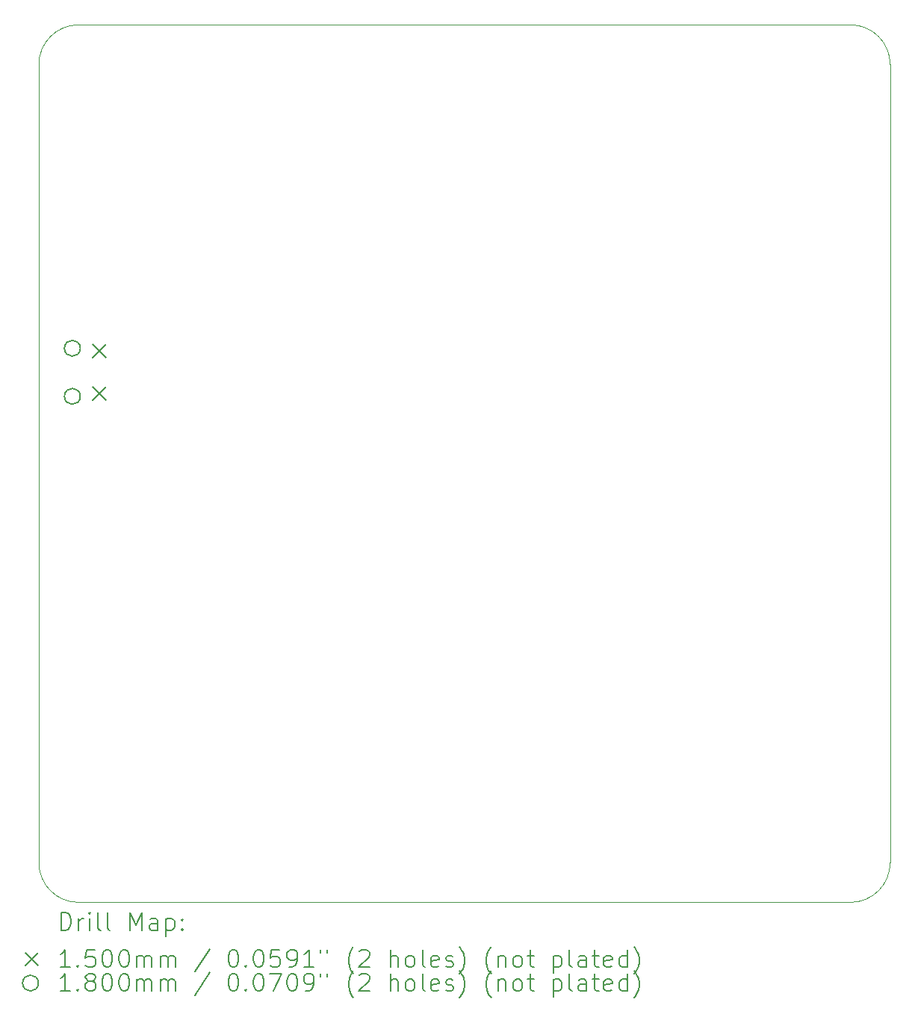
<source format=gbr>
%TF.GenerationSoftware,KiCad,Pcbnew,(6.0.9)*%
%TF.CreationDate,2022-12-24T03:55:55+03:00*%
%TF.ProjectId,new-pcb,6e65772d-7063-4622-9e6b-696361645f70,rev?*%
%TF.SameCoordinates,Original*%
%TF.FileFunction,Drillmap*%
%TF.FilePolarity,Positive*%
%FSLAX45Y45*%
G04 Gerber Fmt 4.5, Leading zero omitted, Abs format (unit mm)*
G04 Created by KiCad (PCBNEW (6.0.9)) date 2022-12-24 03:55:55*
%MOMM*%
%LPD*%
G01*
G04 APERTURE LIST*
%ADD10C,0.100000*%
%ADD11C,0.200000*%
%ADD12C,0.150000*%
%ADD13C,0.180000*%
G04 APERTURE END LIST*
D10*
X20150000Y-4350000D02*
G75*
G03*
X19700000Y-3900000I-450000J0D01*
G01*
X10950000Y-3900000D02*
G75*
G03*
X10500000Y-4350000I0J-450000D01*
G01*
X10500000Y-13400000D02*
G75*
G03*
X10950000Y-13850000I450000J0D01*
G01*
X19700000Y-13850000D02*
G75*
G03*
X20150000Y-13400000I0J450000D01*
G01*
X10950000Y-13850000D02*
X19700000Y-13850000D01*
X10500000Y-4350000D02*
X10500000Y-13400000D01*
X19700000Y-3900000D02*
X10950000Y-3900000D01*
X20150000Y-13400000D02*
X20150000Y-4350000D01*
D11*
D12*
X11108000Y-7522500D02*
X11258000Y-7672500D01*
X11258000Y-7522500D02*
X11108000Y-7672500D01*
X11108000Y-8007500D02*
X11258000Y-8157500D01*
X11258000Y-8007500D02*
X11108000Y-8157500D01*
D13*
X10970000Y-7567500D02*
G75*
G03*
X10970000Y-7567500I-90000J0D01*
G01*
X10970000Y-8112500D02*
G75*
G03*
X10970000Y-8112500I-90000J0D01*
G01*
D11*
X10752619Y-14165476D02*
X10752619Y-13965476D01*
X10800238Y-13965476D01*
X10828810Y-13975000D01*
X10847857Y-13994048D01*
X10857381Y-14013095D01*
X10866905Y-14051190D01*
X10866905Y-14079762D01*
X10857381Y-14117857D01*
X10847857Y-14136905D01*
X10828810Y-14155952D01*
X10800238Y-14165476D01*
X10752619Y-14165476D01*
X10952619Y-14165476D02*
X10952619Y-14032143D01*
X10952619Y-14070238D02*
X10962143Y-14051190D01*
X10971667Y-14041667D01*
X10990714Y-14032143D01*
X11009762Y-14032143D01*
X11076429Y-14165476D02*
X11076429Y-14032143D01*
X11076429Y-13965476D02*
X11066905Y-13975000D01*
X11076429Y-13984524D01*
X11085952Y-13975000D01*
X11076429Y-13965476D01*
X11076429Y-13984524D01*
X11200238Y-14165476D02*
X11181190Y-14155952D01*
X11171667Y-14136905D01*
X11171667Y-13965476D01*
X11305000Y-14165476D02*
X11285952Y-14155952D01*
X11276428Y-14136905D01*
X11276428Y-13965476D01*
X11533571Y-14165476D02*
X11533571Y-13965476D01*
X11600238Y-14108333D01*
X11666905Y-13965476D01*
X11666905Y-14165476D01*
X11847857Y-14165476D02*
X11847857Y-14060714D01*
X11838333Y-14041667D01*
X11819286Y-14032143D01*
X11781190Y-14032143D01*
X11762143Y-14041667D01*
X11847857Y-14155952D02*
X11828809Y-14165476D01*
X11781190Y-14165476D01*
X11762143Y-14155952D01*
X11752619Y-14136905D01*
X11752619Y-14117857D01*
X11762143Y-14098809D01*
X11781190Y-14089286D01*
X11828809Y-14089286D01*
X11847857Y-14079762D01*
X11943095Y-14032143D02*
X11943095Y-14232143D01*
X11943095Y-14041667D02*
X11962143Y-14032143D01*
X12000238Y-14032143D01*
X12019286Y-14041667D01*
X12028809Y-14051190D01*
X12038333Y-14070238D01*
X12038333Y-14127381D01*
X12028809Y-14146428D01*
X12019286Y-14155952D01*
X12000238Y-14165476D01*
X11962143Y-14165476D01*
X11943095Y-14155952D01*
X12124048Y-14146428D02*
X12133571Y-14155952D01*
X12124048Y-14165476D01*
X12114524Y-14155952D01*
X12124048Y-14146428D01*
X12124048Y-14165476D01*
X12124048Y-14041667D02*
X12133571Y-14051190D01*
X12124048Y-14060714D01*
X12114524Y-14051190D01*
X12124048Y-14041667D01*
X12124048Y-14060714D01*
D12*
X10345000Y-14420000D02*
X10495000Y-14570000D01*
X10495000Y-14420000D02*
X10345000Y-14570000D01*
D11*
X10857381Y-14585476D02*
X10743095Y-14585476D01*
X10800238Y-14585476D02*
X10800238Y-14385476D01*
X10781190Y-14414048D01*
X10762143Y-14433095D01*
X10743095Y-14442619D01*
X10943095Y-14566428D02*
X10952619Y-14575952D01*
X10943095Y-14585476D01*
X10933571Y-14575952D01*
X10943095Y-14566428D01*
X10943095Y-14585476D01*
X11133571Y-14385476D02*
X11038333Y-14385476D01*
X11028810Y-14480714D01*
X11038333Y-14471190D01*
X11057381Y-14461667D01*
X11105000Y-14461667D01*
X11124048Y-14471190D01*
X11133571Y-14480714D01*
X11143095Y-14499762D01*
X11143095Y-14547381D01*
X11133571Y-14566428D01*
X11124048Y-14575952D01*
X11105000Y-14585476D01*
X11057381Y-14585476D01*
X11038333Y-14575952D01*
X11028810Y-14566428D01*
X11266905Y-14385476D02*
X11285952Y-14385476D01*
X11305000Y-14395000D01*
X11314524Y-14404524D01*
X11324048Y-14423571D01*
X11333571Y-14461667D01*
X11333571Y-14509286D01*
X11324048Y-14547381D01*
X11314524Y-14566428D01*
X11305000Y-14575952D01*
X11285952Y-14585476D01*
X11266905Y-14585476D01*
X11247857Y-14575952D01*
X11238333Y-14566428D01*
X11228809Y-14547381D01*
X11219286Y-14509286D01*
X11219286Y-14461667D01*
X11228809Y-14423571D01*
X11238333Y-14404524D01*
X11247857Y-14395000D01*
X11266905Y-14385476D01*
X11457381Y-14385476D02*
X11476428Y-14385476D01*
X11495476Y-14395000D01*
X11505000Y-14404524D01*
X11514524Y-14423571D01*
X11524048Y-14461667D01*
X11524048Y-14509286D01*
X11514524Y-14547381D01*
X11505000Y-14566428D01*
X11495476Y-14575952D01*
X11476428Y-14585476D01*
X11457381Y-14585476D01*
X11438333Y-14575952D01*
X11428809Y-14566428D01*
X11419286Y-14547381D01*
X11409762Y-14509286D01*
X11409762Y-14461667D01*
X11419286Y-14423571D01*
X11428809Y-14404524D01*
X11438333Y-14395000D01*
X11457381Y-14385476D01*
X11609762Y-14585476D02*
X11609762Y-14452143D01*
X11609762Y-14471190D02*
X11619286Y-14461667D01*
X11638333Y-14452143D01*
X11666905Y-14452143D01*
X11685952Y-14461667D01*
X11695476Y-14480714D01*
X11695476Y-14585476D01*
X11695476Y-14480714D02*
X11705000Y-14461667D01*
X11724048Y-14452143D01*
X11752619Y-14452143D01*
X11771667Y-14461667D01*
X11781190Y-14480714D01*
X11781190Y-14585476D01*
X11876428Y-14585476D02*
X11876428Y-14452143D01*
X11876428Y-14471190D02*
X11885952Y-14461667D01*
X11905000Y-14452143D01*
X11933571Y-14452143D01*
X11952619Y-14461667D01*
X11962143Y-14480714D01*
X11962143Y-14585476D01*
X11962143Y-14480714D02*
X11971667Y-14461667D01*
X11990714Y-14452143D01*
X12019286Y-14452143D01*
X12038333Y-14461667D01*
X12047857Y-14480714D01*
X12047857Y-14585476D01*
X12438333Y-14375952D02*
X12266905Y-14633095D01*
X12695476Y-14385476D02*
X12714524Y-14385476D01*
X12733571Y-14395000D01*
X12743095Y-14404524D01*
X12752619Y-14423571D01*
X12762143Y-14461667D01*
X12762143Y-14509286D01*
X12752619Y-14547381D01*
X12743095Y-14566428D01*
X12733571Y-14575952D01*
X12714524Y-14585476D01*
X12695476Y-14585476D01*
X12676428Y-14575952D01*
X12666905Y-14566428D01*
X12657381Y-14547381D01*
X12647857Y-14509286D01*
X12647857Y-14461667D01*
X12657381Y-14423571D01*
X12666905Y-14404524D01*
X12676428Y-14395000D01*
X12695476Y-14385476D01*
X12847857Y-14566428D02*
X12857381Y-14575952D01*
X12847857Y-14585476D01*
X12838333Y-14575952D01*
X12847857Y-14566428D01*
X12847857Y-14585476D01*
X12981190Y-14385476D02*
X13000238Y-14385476D01*
X13019286Y-14395000D01*
X13028809Y-14404524D01*
X13038333Y-14423571D01*
X13047857Y-14461667D01*
X13047857Y-14509286D01*
X13038333Y-14547381D01*
X13028809Y-14566428D01*
X13019286Y-14575952D01*
X13000238Y-14585476D01*
X12981190Y-14585476D01*
X12962143Y-14575952D01*
X12952619Y-14566428D01*
X12943095Y-14547381D01*
X12933571Y-14509286D01*
X12933571Y-14461667D01*
X12943095Y-14423571D01*
X12952619Y-14404524D01*
X12962143Y-14395000D01*
X12981190Y-14385476D01*
X13228809Y-14385476D02*
X13133571Y-14385476D01*
X13124048Y-14480714D01*
X13133571Y-14471190D01*
X13152619Y-14461667D01*
X13200238Y-14461667D01*
X13219286Y-14471190D01*
X13228809Y-14480714D01*
X13238333Y-14499762D01*
X13238333Y-14547381D01*
X13228809Y-14566428D01*
X13219286Y-14575952D01*
X13200238Y-14585476D01*
X13152619Y-14585476D01*
X13133571Y-14575952D01*
X13124048Y-14566428D01*
X13333571Y-14585476D02*
X13371667Y-14585476D01*
X13390714Y-14575952D01*
X13400238Y-14566428D01*
X13419286Y-14537857D01*
X13428809Y-14499762D01*
X13428809Y-14423571D01*
X13419286Y-14404524D01*
X13409762Y-14395000D01*
X13390714Y-14385476D01*
X13352619Y-14385476D01*
X13333571Y-14395000D01*
X13324048Y-14404524D01*
X13314524Y-14423571D01*
X13314524Y-14471190D01*
X13324048Y-14490238D01*
X13333571Y-14499762D01*
X13352619Y-14509286D01*
X13390714Y-14509286D01*
X13409762Y-14499762D01*
X13419286Y-14490238D01*
X13428809Y-14471190D01*
X13619286Y-14585476D02*
X13505000Y-14585476D01*
X13562143Y-14585476D02*
X13562143Y-14385476D01*
X13543095Y-14414048D01*
X13524048Y-14433095D01*
X13505000Y-14442619D01*
X13695476Y-14385476D02*
X13695476Y-14423571D01*
X13771667Y-14385476D02*
X13771667Y-14423571D01*
X14066905Y-14661667D02*
X14057381Y-14652143D01*
X14038333Y-14623571D01*
X14028809Y-14604524D01*
X14019286Y-14575952D01*
X14009762Y-14528333D01*
X14009762Y-14490238D01*
X14019286Y-14442619D01*
X14028809Y-14414048D01*
X14038333Y-14395000D01*
X14057381Y-14366428D01*
X14066905Y-14356905D01*
X14133571Y-14404524D02*
X14143095Y-14395000D01*
X14162143Y-14385476D01*
X14209762Y-14385476D01*
X14228809Y-14395000D01*
X14238333Y-14404524D01*
X14247857Y-14423571D01*
X14247857Y-14442619D01*
X14238333Y-14471190D01*
X14124048Y-14585476D01*
X14247857Y-14585476D01*
X14485952Y-14585476D02*
X14485952Y-14385476D01*
X14571667Y-14585476D02*
X14571667Y-14480714D01*
X14562143Y-14461667D01*
X14543095Y-14452143D01*
X14514524Y-14452143D01*
X14495476Y-14461667D01*
X14485952Y-14471190D01*
X14695476Y-14585476D02*
X14676428Y-14575952D01*
X14666905Y-14566428D01*
X14657381Y-14547381D01*
X14657381Y-14490238D01*
X14666905Y-14471190D01*
X14676428Y-14461667D01*
X14695476Y-14452143D01*
X14724048Y-14452143D01*
X14743095Y-14461667D01*
X14752619Y-14471190D01*
X14762143Y-14490238D01*
X14762143Y-14547381D01*
X14752619Y-14566428D01*
X14743095Y-14575952D01*
X14724048Y-14585476D01*
X14695476Y-14585476D01*
X14876428Y-14585476D02*
X14857381Y-14575952D01*
X14847857Y-14556905D01*
X14847857Y-14385476D01*
X15028809Y-14575952D02*
X15009762Y-14585476D01*
X14971667Y-14585476D01*
X14952619Y-14575952D01*
X14943095Y-14556905D01*
X14943095Y-14480714D01*
X14952619Y-14461667D01*
X14971667Y-14452143D01*
X15009762Y-14452143D01*
X15028809Y-14461667D01*
X15038333Y-14480714D01*
X15038333Y-14499762D01*
X14943095Y-14518809D01*
X15114524Y-14575952D02*
X15133571Y-14585476D01*
X15171667Y-14585476D01*
X15190714Y-14575952D01*
X15200238Y-14556905D01*
X15200238Y-14547381D01*
X15190714Y-14528333D01*
X15171667Y-14518809D01*
X15143095Y-14518809D01*
X15124048Y-14509286D01*
X15114524Y-14490238D01*
X15114524Y-14480714D01*
X15124048Y-14461667D01*
X15143095Y-14452143D01*
X15171667Y-14452143D01*
X15190714Y-14461667D01*
X15266905Y-14661667D02*
X15276428Y-14652143D01*
X15295476Y-14623571D01*
X15305000Y-14604524D01*
X15314524Y-14575952D01*
X15324048Y-14528333D01*
X15324048Y-14490238D01*
X15314524Y-14442619D01*
X15305000Y-14414048D01*
X15295476Y-14395000D01*
X15276428Y-14366428D01*
X15266905Y-14356905D01*
X15628809Y-14661667D02*
X15619286Y-14652143D01*
X15600238Y-14623571D01*
X15590714Y-14604524D01*
X15581190Y-14575952D01*
X15571667Y-14528333D01*
X15571667Y-14490238D01*
X15581190Y-14442619D01*
X15590714Y-14414048D01*
X15600238Y-14395000D01*
X15619286Y-14366428D01*
X15628809Y-14356905D01*
X15705000Y-14452143D02*
X15705000Y-14585476D01*
X15705000Y-14471190D02*
X15714524Y-14461667D01*
X15733571Y-14452143D01*
X15762143Y-14452143D01*
X15781190Y-14461667D01*
X15790714Y-14480714D01*
X15790714Y-14585476D01*
X15914524Y-14585476D02*
X15895476Y-14575952D01*
X15885952Y-14566428D01*
X15876428Y-14547381D01*
X15876428Y-14490238D01*
X15885952Y-14471190D01*
X15895476Y-14461667D01*
X15914524Y-14452143D01*
X15943095Y-14452143D01*
X15962143Y-14461667D01*
X15971667Y-14471190D01*
X15981190Y-14490238D01*
X15981190Y-14547381D01*
X15971667Y-14566428D01*
X15962143Y-14575952D01*
X15943095Y-14585476D01*
X15914524Y-14585476D01*
X16038333Y-14452143D02*
X16114524Y-14452143D01*
X16066905Y-14385476D02*
X16066905Y-14556905D01*
X16076428Y-14575952D01*
X16095476Y-14585476D01*
X16114524Y-14585476D01*
X16333571Y-14452143D02*
X16333571Y-14652143D01*
X16333571Y-14461667D02*
X16352619Y-14452143D01*
X16390714Y-14452143D01*
X16409762Y-14461667D01*
X16419286Y-14471190D01*
X16428809Y-14490238D01*
X16428809Y-14547381D01*
X16419286Y-14566428D01*
X16409762Y-14575952D01*
X16390714Y-14585476D01*
X16352619Y-14585476D01*
X16333571Y-14575952D01*
X16543095Y-14585476D02*
X16524048Y-14575952D01*
X16514524Y-14556905D01*
X16514524Y-14385476D01*
X16705000Y-14585476D02*
X16705000Y-14480714D01*
X16695476Y-14461667D01*
X16676428Y-14452143D01*
X16638333Y-14452143D01*
X16619286Y-14461667D01*
X16705000Y-14575952D02*
X16685952Y-14585476D01*
X16638333Y-14585476D01*
X16619286Y-14575952D01*
X16609762Y-14556905D01*
X16609762Y-14537857D01*
X16619286Y-14518809D01*
X16638333Y-14509286D01*
X16685952Y-14509286D01*
X16705000Y-14499762D01*
X16771667Y-14452143D02*
X16847857Y-14452143D01*
X16800238Y-14385476D02*
X16800238Y-14556905D01*
X16809762Y-14575952D01*
X16828810Y-14585476D01*
X16847857Y-14585476D01*
X16990714Y-14575952D02*
X16971667Y-14585476D01*
X16933571Y-14585476D01*
X16914524Y-14575952D01*
X16905000Y-14556905D01*
X16905000Y-14480714D01*
X16914524Y-14461667D01*
X16933571Y-14452143D01*
X16971667Y-14452143D01*
X16990714Y-14461667D01*
X17000238Y-14480714D01*
X17000238Y-14499762D01*
X16905000Y-14518809D01*
X17171667Y-14585476D02*
X17171667Y-14385476D01*
X17171667Y-14575952D02*
X17152619Y-14585476D01*
X17114524Y-14585476D01*
X17095476Y-14575952D01*
X17085952Y-14566428D01*
X17076429Y-14547381D01*
X17076429Y-14490238D01*
X17085952Y-14471190D01*
X17095476Y-14461667D01*
X17114524Y-14452143D01*
X17152619Y-14452143D01*
X17171667Y-14461667D01*
X17247857Y-14661667D02*
X17257381Y-14652143D01*
X17276429Y-14623571D01*
X17285952Y-14604524D01*
X17295476Y-14575952D01*
X17305000Y-14528333D01*
X17305000Y-14490238D01*
X17295476Y-14442619D01*
X17285952Y-14414048D01*
X17276429Y-14395000D01*
X17257381Y-14366428D01*
X17247857Y-14356905D01*
D13*
X10495000Y-14765000D02*
G75*
G03*
X10495000Y-14765000I-90000J0D01*
G01*
D11*
X10857381Y-14855476D02*
X10743095Y-14855476D01*
X10800238Y-14855476D02*
X10800238Y-14655476D01*
X10781190Y-14684048D01*
X10762143Y-14703095D01*
X10743095Y-14712619D01*
X10943095Y-14836428D02*
X10952619Y-14845952D01*
X10943095Y-14855476D01*
X10933571Y-14845952D01*
X10943095Y-14836428D01*
X10943095Y-14855476D01*
X11066905Y-14741190D02*
X11047857Y-14731667D01*
X11038333Y-14722143D01*
X11028810Y-14703095D01*
X11028810Y-14693571D01*
X11038333Y-14674524D01*
X11047857Y-14665000D01*
X11066905Y-14655476D01*
X11105000Y-14655476D01*
X11124048Y-14665000D01*
X11133571Y-14674524D01*
X11143095Y-14693571D01*
X11143095Y-14703095D01*
X11133571Y-14722143D01*
X11124048Y-14731667D01*
X11105000Y-14741190D01*
X11066905Y-14741190D01*
X11047857Y-14750714D01*
X11038333Y-14760238D01*
X11028810Y-14779286D01*
X11028810Y-14817381D01*
X11038333Y-14836428D01*
X11047857Y-14845952D01*
X11066905Y-14855476D01*
X11105000Y-14855476D01*
X11124048Y-14845952D01*
X11133571Y-14836428D01*
X11143095Y-14817381D01*
X11143095Y-14779286D01*
X11133571Y-14760238D01*
X11124048Y-14750714D01*
X11105000Y-14741190D01*
X11266905Y-14655476D02*
X11285952Y-14655476D01*
X11305000Y-14665000D01*
X11314524Y-14674524D01*
X11324048Y-14693571D01*
X11333571Y-14731667D01*
X11333571Y-14779286D01*
X11324048Y-14817381D01*
X11314524Y-14836428D01*
X11305000Y-14845952D01*
X11285952Y-14855476D01*
X11266905Y-14855476D01*
X11247857Y-14845952D01*
X11238333Y-14836428D01*
X11228809Y-14817381D01*
X11219286Y-14779286D01*
X11219286Y-14731667D01*
X11228809Y-14693571D01*
X11238333Y-14674524D01*
X11247857Y-14665000D01*
X11266905Y-14655476D01*
X11457381Y-14655476D02*
X11476428Y-14655476D01*
X11495476Y-14665000D01*
X11505000Y-14674524D01*
X11514524Y-14693571D01*
X11524048Y-14731667D01*
X11524048Y-14779286D01*
X11514524Y-14817381D01*
X11505000Y-14836428D01*
X11495476Y-14845952D01*
X11476428Y-14855476D01*
X11457381Y-14855476D01*
X11438333Y-14845952D01*
X11428809Y-14836428D01*
X11419286Y-14817381D01*
X11409762Y-14779286D01*
X11409762Y-14731667D01*
X11419286Y-14693571D01*
X11428809Y-14674524D01*
X11438333Y-14665000D01*
X11457381Y-14655476D01*
X11609762Y-14855476D02*
X11609762Y-14722143D01*
X11609762Y-14741190D02*
X11619286Y-14731667D01*
X11638333Y-14722143D01*
X11666905Y-14722143D01*
X11685952Y-14731667D01*
X11695476Y-14750714D01*
X11695476Y-14855476D01*
X11695476Y-14750714D02*
X11705000Y-14731667D01*
X11724048Y-14722143D01*
X11752619Y-14722143D01*
X11771667Y-14731667D01*
X11781190Y-14750714D01*
X11781190Y-14855476D01*
X11876428Y-14855476D02*
X11876428Y-14722143D01*
X11876428Y-14741190D02*
X11885952Y-14731667D01*
X11905000Y-14722143D01*
X11933571Y-14722143D01*
X11952619Y-14731667D01*
X11962143Y-14750714D01*
X11962143Y-14855476D01*
X11962143Y-14750714D02*
X11971667Y-14731667D01*
X11990714Y-14722143D01*
X12019286Y-14722143D01*
X12038333Y-14731667D01*
X12047857Y-14750714D01*
X12047857Y-14855476D01*
X12438333Y-14645952D02*
X12266905Y-14903095D01*
X12695476Y-14655476D02*
X12714524Y-14655476D01*
X12733571Y-14665000D01*
X12743095Y-14674524D01*
X12752619Y-14693571D01*
X12762143Y-14731667D01*
X12762143Y-14779286D01*
X12752619Y-14817381D01*
X12743095Y-14836428D01*
X12733571Y-14845952D01*
X12714524Y-14855476D01*
X12695476Y-14855476D01*
X12676428Y-14845952D01*
X12666905Y-14836428D01*
X12657381Y-14817381D01*
X12647857Y-14779286D01*
X12647857Y-14731667D01*
X12657381Y-14693571D01*
X12666905Y-14674524D01*
X12676428Y-14665000D01*
X12695476Y-14655476D01*
X12847857Y-14836428D02*
X12857381Y-14845952D01*
X12847857Y-14855476D01*
X12838333Y-14845952D01*
X12847857Y-14836428D01*
X12847857Y-14855476D01*
X12981190Y-14655476D02*
X13000238Y-14655476D01*
X13019286Y-14665000D01*
X13028809Y-14674524D01*
X13038333Y-14693571D01*
X13047857Y-14731667D01*
X13047857Y-14779286D01*
X13038333Y-14817381D01*
X13028809Y-14836428D01*
X13019286Y-14845952D01*
X13000238Y-14855476D01*
X12981190Y-14855476D01*
X12962143Y-14845952D01*
X12952619Y-14836428D01*
X12943095Y-14817381D01*
X12933571Y-14779286D01*
X12933571Y-14731667D01*
X12943095Y-14693571D01*
X12952619Y-14674524D01*
X12962143Y-14665000D01*
X12981190Y-14655476D01*
X13114524Y-14655476D02*
X13247857Y-14655476D01*
X13162143Y-14855476D01*
X13362143Y-14655476D02*
X13381190Y-14655476D01*
X13400238Y-14665000D01*
X13409762Y-14674524D01*
X13419286Y-14693571D01*
X13428809Y-14731667D01*
X13428809Y-14779286D01*
X13419286Y-14817381D01*
X13409762Y-14836428D01*
X13400238Y-14845952D01*
X13381190Y-14855476D01*
X13362143Y-14855476D01*
X13343095Y-14845952D01*
X13333571Y-14836428D01*
X13324048Y-14817381D01*
X13314524Y-14779286D01*
X13314524Y-14731667D01*
X13324048Y-14693571D01*
X13333571Y-14674524D01*
X13343095Y-14665000D01*
X13362143Y-14655476D01*
X13524048Y-14855476D02*
X13562143Y-14855476D01*
X13581190Y-14845952D01*
X13590714Y-14836428D01*
X13609762Y-14807857D01*
X13619286Y-14769762D01*
X13619286Y-14693571D01*
X13609762Y-14674524D01*
X13600238Y-14665000D01*
X13581190Y-14655476D01*
X13543095Y-14655476D01*
X13524048Y-14665000D01*
X13514524Y-14674524D01*
X13505000Y-14693571D01*
X13505000Y-14741190D01*
X13514524Y-14760238D01*
X13524048Y-14769762D01*
X13543095Y-14779286D01*
X13581190Y-14779286D01*
X13600238Y-14769762D01*
X13609762Y-14760238D01*
X13619286Y-14741190D01*
X13695476Y-14655476D02*
X13695476Y-14693571D01*
X13771667Y-14655476D02*
X13771667Y-14693571D01*
X14066905Y-14931667D02*
X14057381Y-14922143D01*
X14038333Y-14893571D01*
X14028809Y-14874524D01*
X14019286Y-14845952D01*
X14009762Y-14798333D01*
X14009762Y-14760238D01*
X14019286Y-14712619D01*
X14028809Y-14684048D01*
X14038333Y-14665000D01*
X14057381Y-14636428D01*
X14066905Y-14626905D01*
X14133571Y-14674524D02*
X14143095Y-14665000D01*
X14162143Y-14655476D01*
X14209762Y-14655476D01*
X14228809Y-14665000D01*
X14238333Y-14674524D01*
X14247857Y-14693571D01*
X14247857Y-14712619D01*
X14238333Y-14741190D01*
X14124048Y-14855476D01*
X14247857Y-14855476D01*
X14485952Y-14855476D02*
X14485952Y-14655476D01*
X14571667Y-14855476D02*
X14571667Y-14750714D01*
X14562143Y-14731667D01*
X14543095Y-14722143D01*
X14514524Y-14722143D01*
X14495476Y-14731667D01*
X14485952Y-14741190D01*
X14695476Y-14855476D02*
X14676428Y-14845952D01*
X14666905Y-14836428D01*
X14657381Y-14817381D01*
X14657381Y-14760238D01*
X14666905Y-14741190D01*
X14676428Y-14731667D01*
X14695476Y-14722143D01*
X14724048Y-14722143D01*
X14743095Y-14731667D01*
X14752619Y-14741190D01*
X14762143Y-14760238D01*
X14762143Y-14817381D01*
X14752619Y-14836428D01*
X14743095Y-14845952D01*
X14724048Y-14855476D01*
X14695476Y-14855476D01*
X14876428Y-14855476D02*
X14857381Y-14845952D01*
X14847857Y-14826905D01*
X14847857Y-14655476D01*
X15028809Y-14845952D02*
X15009762Y-14855476D01*
X14971667Y-14855476D01*
X14952619Y-14845952D01*
X14943095Y-14826905D01*
X14943095Y-14750714D01*
X14952619Y-14731667D01*
X14971667Y-14722143D01*
X15009762Y-14722143D01*
X15028809Y-14731667D01*
X15038333Y-14750714D01*
X15038333Y-14769762D01*
X14943095Y-14788809D01*
X15114524Y-14845952D02*
X15133571Y-14855476D01*
X15171667Y-14855476D01*
X15190714Y-14845952D01*
X15200238Y-14826905D01*
X15200238Y-14817381D01*
X15190714Y-14798333D01*
X15171667Y-14788809D01*
X15143095Y-14788809D01*
X15124048Y-14779286D01*
X15114524Y-14760238D01*
X15114524Y-14750714D01*
X15124048Y-14731667D01*
X15143095Y-14722143D01*
X15171667Y-14722143D01*
X15190714Y-14731667D01*
X15266905Y-14931667D02*
X15276428Y-14922143D01*
X15295476Y-14893571D01*
X15305000Y-14874524D01*
X15314524Y-14845952D01*
X15324048Y-14798333D01*
X15324048Y-14760238D01*
X15314524Y-14712619D01*
X15305000Y-14684048D01*
X15295476Y-14665000D01*
X15276428Y-14636428D01*
X15266905Y-14626905D01*
X15628809Y-14931667D02*
X15619286Y-14922143D01*
X15600238Y-14893571D01*
X15590714Y-14874524D01*
X15581190Y-14845952D01*
X15571667Y-14798333D01*
X15571667Y-14760238D01*
X15581190Y-14712619D01*
X15590714Y-14684048D01*
X15600238Y-14665000D01*
X15619286Y-14636428D01*
X15628809Y-14626905D01*
X15705000Y-14722143D02*
X15705000Y-14855476D01*
X15705000Y-14741190D02*
X15714524Y-14731667D01*
X15733571Y-14722143D01*
X15762143Y-14722143D01*
X15781190Y-14731667D01*
X15790714Y-14750714D01*
X15790714Y-14855476D01*
X15914524Y-14855476D02*
X15895476Y-14845952D01*
X15885952Y-14836428D01*
X15876428Y-14817381D01*
X15876428Y-14760238D01*
X15885952Y-14741190D01*
X15895476Y-14731667D01*
X15914524Y-14722143D01*
X15943095Y-14722143D01*
X15962143Y-14731667D01*
X15971667Y-14741190D01*
X15981190Y-14760238D01*
X15981190Y-14817381D01*
X15971667Y-14836428D01*
X15962143Y-14845952D01*
X15943095Y-14855476D01*
X15914524Y-14855476D01*
X16038333Y-14722143D02*
X16114524Y-14722143D01*
X16066905Y-14655476D02*
X16066905Y-14826905D01*
X16076428Y-14845952D01*
X16095476Y-14855476D01*
X16114524Y-14855476D01*
X16333571Y-14722143D02*
X16333571Y-14922143D01*
X16333571Y-14731667D02*
X16352619Y-14722143D01*
X16390714Y-14722143D01*
X16409762Y-14731667D01*
X16419286Y-14741190D01*
X16428809Y-14760238D01*
X16428809Y-14817381D01*
X16419286Y-14836428D01*
X16409762Y-14845952D01*
X16390714Y-14855476D01*
X16352619Y-14855476D01*
X16333571Y-14845952D01*
X16543095Y-14855476D02*
X16524048Y-14845952D01*
X16514524Y-14826905D01*
X16514524Y-14655476D01*
X16705000Y-14855476D02*
X16705000Y-14750714D01*
X16695476Y-14731667D01*
X16676428Y-14722143D01*
X16638333Y-14722143D01*
X16619286Y-14731667D01*
X16705000Y-14845952D02*
X16685952Y-14855476D01*
X16638333Y-14855476D01*
X16619286Y-14845952D01*
X16609762Y-14826905D01*
X16609762Y-14807857D01*
X16619286Y-14788809D01*
X16638333Y-14779286D01*
X16685952Y-14779286D01*
X16705000Y-14769762D01*
X16771667Y-14722143D02*
X16847857Y-14722143D01*
X16800238Y-14655476D02*
X16800238Y-14826905D01*
X16809762Y-14845952D01*
X16828810Y-14855476D01*
X16847857Y-14855476D01*
X16990714Y-14845952D02*
X16971667Y-14855476D01*
X16933571Y-14855476D01*
X16914524Y-14845952D01*
X16905000Y-14826905D01*
X16905000Y-14750714D01*
X16914524Y-14731667D01*
X16933571Y-14722143D01*
X16971667Y-14722143D01*
X16990714Y-14731667D01*
X17000238Y-14750714D01*
X17000238Y-14769762D01*
X16905000Y-14788809D01*
X17171667Y-14855476D02*
X17171667Y-14655476D01*
X17171667Y-14845952D02*
X17152619Y-14855476D01*
X17114524Y-14855476D01*
X17095476Y-14845952D01*
X17085952Y-14836428D01*
X17076429Y-14817381D01*
X17076429Y-14760238D01*
X17085952Y-14741190D01*
X17095476Y-14731667D01*
X17114524Y-14722143D01*
X17152619Y-14722143D01*
X17171667Y-14731667D01*
X17247857Y-14931667D02*
X17257381Y-14922143D01*
X17276429Y-14893571D01*
X17285952Y-14874524D01*
X17295476Y-14845952D01*
X17305000Y-14798333D01*
X17305000Y-14760238D01*
X17295476Y-14712619D01*
X17285952Y-14684048D01*
X17276429Y-14665000D01*
X17257381Y-14636428D01*
X17247857Y-14626905D01*
M02*

</source>
